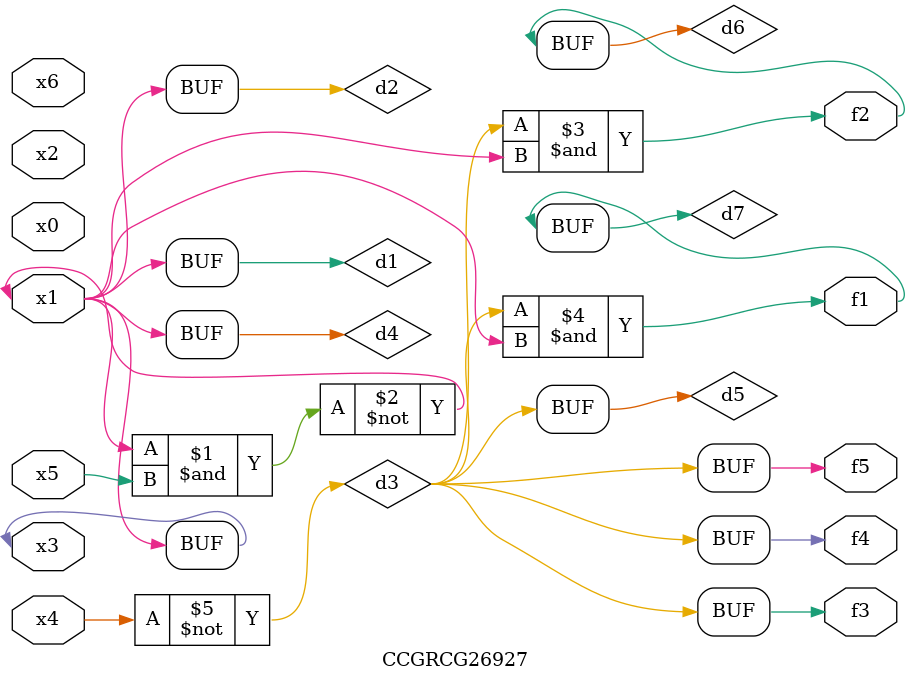
<source format=v>
module CCGRCG26927(
	input x0, x1, x2, x3, x4, x5, x6,
	output f1, f2, f3, f4, f5
);

	wire d1, d2, d3, d4, d5, d6, d7;

	buf (d1, x1, x3);
	nand (d2, x1, x5);
	not (d3, x4);
	buf (d4, d1, d2);
	buf (d5, d3);
	and (d6, d3, d4);
	and (d7, d3, d4);
	assign f1 = d7;
	assign f2 = d6;
	assign f3 = d5;
	assign f4 = d5;
	assign f5 = d5;
endmodule

</source>
